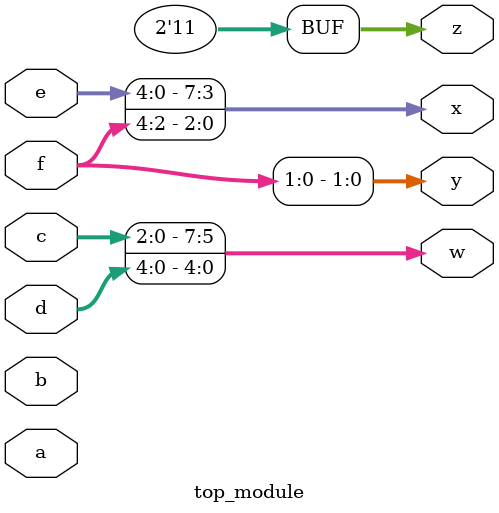
<source format=sv>
module top_module (
    input [4:0] a,
    input [4:0] b,
    input [4:0] c,
    input [4:0] d,
    input [4:0] e,
    input [4:0] f,
    output [7:0] w,
    output [7:0] x,
    output [7:8] y,
    output [7:8] z
);

    assign {w, x, y, z} = {a, b, c, d, e, f, 2'b11};

endmodule

</source>
